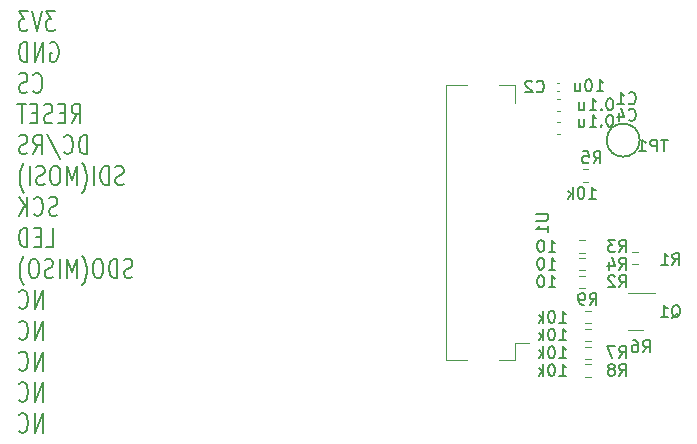
<source format=gbr>
%TF.GenerationSoftware,KiCad,Pcbnew,7.0.7-7.0.7~ubuntu22.04.1*%
%TF.CreationDate,2023-09-11T12:59:47+09:00*%
%TF.ProjectId,3_2LCD,335f324c-4344-42e6-9b69-6361645f7063,rev?*%
%TF.SameCoordinates,Original*%
%TF.FileFunction,Legend,Bot*%
%TF.FilePolarity,Positive*%
%FSLAX46Y46*%
G04 Gerber Fmt 4.6, Leading zero omitted, Abs format (unit mm)*
G04 Created by KiCad (PCBNEW 7.0.7-7.0.7~ubuntu22.04.1) date 2023-09-11 12:59:47*
%MOMM*%
%LPD*%
G01*
G04 APERTURE LIST*
%ADD10C,0.150000*%
%ADD11C,0.120000*%
G04 APERTURE END LIST*
D10*
X133424874Y-109106729D02*
X132638683Y-109106729D01*
X132638683Y-109106729D02*
X133062017Y-109726005D01*
X133062017Y-109726005D02*
X132880588Y-109726005D01*
X132880588Y-109726005D02*
X132759636Y-109803415D01*
X132759636Y-109803415D02*
X132699160Y-109880824D01*
X132699160Y-109880824D02*
X132638683Y-110035643D01*
X132638683Y-110035643D02*
X132638683Y-110422691D01*
X132638683Y-110422691D02*
X132699160Y-110577510D01*
X132699160Y-110577510D02*
X132759636Y-110654920D01*
X132759636Y-110654920D02*
X132880588Y-110732329D01*
X132880588Y-110732329D02*
X133243445Y-110732329D01*
X133243445Y-110732329D02*
X133364398Y-110654920D01*
X133364398Y-110654920D02*
X133424874Y-110577510D01*
X132275826Y-109106729D02*
X131852493Y-110732329D01*
X131852493Y-110732329D02*
X131429159Y-109106729D01*
X131126779Y-109106729D02*
X130340588Y-109106729D01*
X130340588Y-109106729D02*
X130763922Y-109726005D01*
X130763922Y-109726005D02*
X130582493Y-109726005D01*
X130582493Y-109726005D02*
X130461541Y-109803415D01*
X130461541Y-109803415D02*
X130401065Y-109880824D01*
X130401065Y-109880824D02*
X130340588Y-110035643D01*
X130340588Y-110035643D02*
X130340588Y-110422691D01*
X130340588Y-110422691D02*
X130401065Y-110577510D01*
X130401065Y-110577510D02*
X130461541Y-110654920D01*
X130461541Y-110654920D02*
X130582493Y-110732329D01*
X130582493Y-110732329D02*
X130945350Y-110732329D01*
X130945350Y-110732329D02*
X131066303Y-110654920D01*
X131066303Y-110654920D02*
X131126779Y-110577510D01*
X133001540Y-111801355D02*
X133122493Y-111723945D01*
X133122493Y-111723945D02*
X133303921Y-111723945D01*
X133303921Y-111723945D02*
X133485350Y-111801355D01*
X133485350Y-111801355D02*
X133606302Y-111956174D01*
X133606302Y-111956174D02*
X133666779Y-112110993D01*
X133666779Y-112110993D02*
X133727255Y-112420631D01*
X133727255Y-112420631D02*
X133727255Y-112652859D01*
X133727255Y-112652859D02*
X133666779Y-112962497D01*
X133666779Y-112962497D02*
X133606302Y-113117316D01*
X133606302Y-113117316D02*
X133485350Y-113272136D01*
X133485350Y-113272136D02*
X133303921Y-113349545D01*
X133303921Y-113349545D02*
X133182969Y-113349545D01*
X133182969Y-113349545D02*
X133001540Y-113272136D01*
X133001540Y-113272136D02*
X132941064Y-113194726D01*
X132941064Y-113194726D02*
X132941064Y-112652859D01*
X132941064Y-112652859D02*
X133182969Y-112652859D01*
X132396779Y-113349545D02*
X132396779Y-111723945D01*
X132396779Y-111723945D02*
X131671064Y-113349545D01*
X131671064Y-113349545D02*
X131671064Y-111723945D01*
X131066303Y-113349545D02*
X131066303Y-111723945D01*
X131066303Y-111723945D02*
X130763922Y-111723945D01*
X130763922Y-111723945D02*
X130582493Y-111801355D01*
X130582493Y-111801355D02*
X130461541Y-111956174D01*
X130461541Y-111956174D02*
X130401064Y-112110993D01*
X130401064Y-112110993D02*
X130340588Y-112420631D01*
X130340588Y-112420631D02*
X130340588Y-112652859D01*
X130340588Y-112652859D02*
X130401064Y-112962497D01*
X130401064Y-112962497D02*
X130461541Y-113117316D01*
X130461541Y-113117316D02*
X130582493Y-113272136D01*
X130582493Y-113272136D02*
X130763922Y-113349545D01*
X130763922Y-113349545D02*
X131066303Y-113349545D01*
X131550112Y-115811942D02*
X131610588Y-115889352D01*
X131610588Y-115889352D02*
X131792017Y-115966761D01*
X131792017Y-115966761D02*
X131912969Y-115966761D01*
X131912969Y-115966761D02*
X132094398Y-115889352D01*
X132094398Y-115889352D02*
X132215350Y-115734532D01*
X132215350Y-115734532D02*
X132275827Y-115579713D01*
X132275827Y-115579713D02*
X132336303Y-115270075D01*
X132336303Y-115270075D02*
X132336303Y-115037847D01*
X132336303Y-115037847D02*
X132275827Y-114728209D01*
X132275827Y-114728209D02*
X132215350Y-114573390D01*
X132215350Y-114573390D02*
X132094398Y-114418571D01*
X132094398Y-114418571D02*
X131912969Y-114341161D01*
X131912969Y-114341161D02*
X131792017Y-114341161D01*
X131792017Y-114341161D02*
X131610588Y-114418571D01*
X131610588Y-114418571D02*
X131550112Y-114495980D01*
X131066303Y-115889352D02*
X130884874Y-115966761D01*
X130884874Y-115966761D02*
X130582493Y-115966761D01*
X130582493Y-115966761D02*
X130461541Y-115889352D01*
X130461541Y-115889352D02*
X130401065Y-115811942D01*
X130401065Y-115811942D02*
X130340588Y-115657123D01*
X130340588Y-115657123D02*
X130340588Y-115502304D01*
X130340588Y-115502304D02*
X130401065Y-115347485D01*
X130401065Y-115347485D02*
X130461541Y-115270075D01*
X130461541Y-115270075D02*
X130582493Y-115192666D01*
X130582493Y-115192666D02*
X130824398Y-115115256D01*
X130824398Y-115115256D02*
X130945350Y-115037847D01*
X130945350Y-115037847D02*
X131005827Y-114960437D01*
X131005827Y-114960437D02*
X131066303Y-114805618D01*
X131066303Y-114805618D02*
X131066303Y-114650799D01*
X131066303Y-114650799D02*
X131005827Y-114495980D01*
X131005827Y-114495980D02*
X130945350Y-114418571D01*
X130945350Y-114418571D02*
X130824398Y-114341161D01*
X130824398Y-114341161D02*
X130522017Y-114341161D01*
X130522017Y-114341161D02*
X130340588Y-114418571D01*
X134815827Y-118583977D02*
X135239161Y-117809882D01*
X135541542Y-118583977D02*
X135541542Y-116958377D01*
X135541542Y-116958377D02*
X135057732Y-116958377D01*
X135057732Y-116958377D02*
X134936780Y-117035787D01*
X134936780Y-117035787D02*
X134876303Y-117113196D01*
X134876303Y-117113196D02*
X134815827Y-117268015D01*
X134815827Y-117268015D02*
X134815827Y-117500244D01*
X134815827Y-117500244D02*
X134876303Y-117655063D01*
X134876303Y-117655063D02*
X134936780Y-117732472D01*
X134936780Y-117732472D02*
X135057732Y-117809882D01*
X135057732Y-117809882D02*
X135541542Y-117809882D01*
X134271542Y-117732472D02*
X133848208Y-117732472D01*
X133666780Y-118583977D02*
X134271542Y-118583977D01*
X134271542Y-118583977D02*
X134271542Y-116958377D01*
X134271542Y-116958377D02*
X133666780Y-116958377D01*
X133182970Y-118506568D02*
X133001541Y-118583977D01*
X133001541Y-118583977D02*
X132699160Y-118583977D01*
X132699160Y-118583977D02*
X132578208Y-118506568D01*
X132578208Y-118506568D02*
X132517732Y-118429158D01*
X132517732Y-118429158D02*
X132457255Y-118274339D01*
X132457255Y-118274339D02*
X132457255Y-118119520D01*
X132457255Y-118119520D02*
X132517732Y-117964701D01*
X132517732Y-117964701D02*
X132578208Y-117887291D01*
X132578208Y-117887291D02*
X132699160Y-117809882D01*
X132699160Y-117809882D02*
X132941065Y-117732472D01*
X132941065Y-117732472D02*
X133062017Y-117655063D01*
X133062017Y-117655063D02*
X133122494Y-117577653D01*
X133122494Y-117577653D02*
X133182970Y-117422834D01*
X133182970Y-117422834D02*
X133182970Y-117268015D01*
X133182970Y-117268015D02*
X133122494Y-117113196D01*
X133122494Y-117113196D02*
X133062017Y-117035787D01*
X133062017Y-117035787D02*
X132941065Y-116958377D01*
X132941065Y-116958377D02*
X132638684Y-116958377D01*
X132638684Y-116958377D02*
X132457255Y-117035787D01*
X131912970Y-117732472D02*
X131489636Y-117732472D01*
X131308208Y-118583977D02*
X131912970Y-118583977D01*
X131912970Y-118583977D02*
X131912970Y-116958377D01*
X131912970Y-116958377D02*
X131308208Y-116958377D01*
X130945350Y-116958377D02*
X130219636Y-116958377D01*
X130582493Y-118583977D02*
X130582493Y-116958377D01*
X136146303Y-121201193D02*
X136146303Y-119575593D01*
X136146303Y-119575593D02*
X135843922Y-119575593D01*
X135843922Y-119575593D02*
X135662493Y-119653003D01*
X135662493Y-119653003D02*
X135541541Y-119807822D01*
X135541541Y-119807822D02*
X135481064Y-119962641D01*
X135481064Y-119962641D02*
X135420588Y-120272279D01*
X135420588Y-120272279D02*
X135420588Y-120504507D01*
X135420588Y-120504507D02*
X135481064Y-120814145D01*
X135481064Y-120814145D02*
X135541541Y-120968964D01*
X135541541Y-120968964D02*
X135662493Y-121123784D01*
X135662493Y-121123784D02*
X135843922Y-121201193D01*
X135843922Y-121201193D02*
X136146303Y-121201193D01*
X134150588Y-121046374D02*
X134211064Y-121123784D01*
X134211064Y-121123784D02*
X134392493Y-121201193D01*
X134392493Y-121201193D02*
X134513445Y-121201193D01*
X134513445Y-121201193D02*
X134694874Y-121123784D01*
X134694874Y-121123784D02*
X134815826Y-120968964D01*
X134815826Y-120968964D02*
X134876303Y-120814145D01*
X134876303Y-120814145D02*
X134936779Y-120504507D01*
X134936779Y-120504507D02*
X134936779Y-120272279D01*
X134936779Y-120272279D02*
X134876303Y-119962641D01*
X134876303Y-119962641D02*
X134815826Y-119807822D01*
X134815826Y-119807822D02*
X134694874Y-119653003D01*
X134694874Y-119653003D02*
X134513445Y-119575593D01*
X134513445Y-119575593D02*
X134392493Y-119575593D01*
X134392493Y-119575593D02*
X134211064Y-119653003D01*
X134211064Y-119653003D02*
X134150588Y-119730412D01*
X132699160Y-119498184D02*
X133787731Y-121588241D01*
X131550112Y-121201193D02*
X131973446Y-120427098D01*
X132275827Y-121201193D02*
X132275827Y-119575593D01*
X132275827Y-119575593D02*
X131792017Y-119575593D01*
X131792017Y-119575593D02*
X131671065Y-119653003D01*
X131671065Y-119653003D02*
X131610588Y-119730412D01*
X131610588Y-119730412D02*
X131550112Y-119885231D01*
X131550112Y-119885231D02*
X131550112Y-120117460D01*
X131550112Y-120117460D02*
X131610588Y-120272279D01*
X131610588Y-120272279D02*
X131671065Y-120349688D01*
X131671065Y-120349688D02*
X131792017Y-120427098D01*
X131792017Y-120427098D02*
X132275827Y-120427098D01*
X131066303Y-121123784D02*
X130884874Y-121201193D01*
X130884874Y-121201193D02*
X130582493Y-121201193D01*
X130582493Y-121201193D02*
X130461541Y-121123784D01*
X130461541Y-121123784D02*
X130401065Y-121046374D01*
X130401065Y-121046374D02*
X130340588Y-120891555D01*
X130340588Y-120891555D02*
X130340588Y-120736736D01*
X130340588Y-120736736D02*
X130401065Y-120581917D01*
X130401065Y-120581917D02*
X130461541Y-120504507D01*
X130461541Y-120504507D02*
X130582493Y-120427098D01*
X130582493Y-120427098D02*
X130824398Y-120349688D01*
X130824398Y-120349688D02*
X130945350Y-120272279D01*
X130945350Y-120272279D02*
X131005827Y-120194869D01*
X131005827Y-120194869D02*
X131066303Y-120040050D01*
X131066303Y-120040050D02*
X131066303Y-119885231D01*
X131066303Y-119885231D02*
X131005827Y-119730412D01*
X131005827Y-119730412D02*
X130945350Y-119653003D01*
X130945350Y-119653003D02*
X130824398Y-119575593D01*
X130824398Y-119575593D02*
X130522017Y-119575593D01*
X130522017Y-119575593D02*
X130340588Y-119653003D01*
X139230590Y-123741000D02*
X139049161Y-123818409D01*
X139049161Y-123818409D02*
X138746780Y-123818409D01*
X138746780Y-123818409D02*
X138625828Y-123741000D01*
X138625828Y-123741000D02*
X138565352Y-123663590D01*
X138565352Y-123663590D02*
X138504875Y-123508771D01*
X138504875Y-123508771D02*
X138504875Y-123353952D01*
X138504875Y-123353952D02*
X138565352Y-123199133D01*
X138565352Y-123199133D02*
X138625828Y-123121723D01*
X138625828Y-123121723D02*
X138746780Y-123044314D01*
X138746780Y-123044314D02*
X138988685Y-122966904D01*
X138988685Y-122966904D02*
X139109637Y-122889495D01*
X139109637Y-122889495D02*
X139170114Y-122812085D01*
X139170114Y-122812085D02*
X139230590Y-122657266D01*
X139230590Y-122657266D02*
X139230590Y-122502447D01*
X139230590Y-122502447D02*
X139170114Y-122347628D01*
X139170114Y-122347628D02*
X139109637Y-122270219D01*
X139109637Y-122270219D02*
X138988685Y-122192809D01*
X138988685Y-122192809D02*
X138686304Y-122192809D01*
X138686304Y-122192809D02*
X138504875Y-122270219D01*
X137960590Y-123818409D02*
X137960590Y-122192809D01*
X137960590Y-122192809D02*
X137658209Y-122192809D01*
X137658209Y-122192809D02*
X137476780Y-122270219D01*
X137476780Y-122270219D02*
X137355828Y-122425038D01*
X137355828Y-122425038D02*
X137295351Y-122579857D01*
X137295351Y-122579857D02*
X137234875Y-122889495D01*
X137234875Y-122889495D02*
X137234875Y-123121723D01*
X137234875Y-123121723D02*
X137295351Y-123431361D01*
X137295351Y-123431361D02*
X137355828Y-123586180D01*
X137355828Y-123586180D02*
X137476780Y-123741000D01*
X137476780Y-123741000D02*
X137658209Y-123818409D01*
X137658209Y-123818409D02*
X137960590Y-123818409D01*
X136690590Y-123818409D02*
X136690590Y-122192809D01*
X135722970Y-124437685D02*
X135783447Y-124360276D01*
X135783447Y-124360276D02*
X135904399Y-124128047D01*
X135904399Y-124128047D02*
X135964875Y-123973228D01*
X135964875Y-123973228D02*
X136025351Y-123741000D01*
X136025351Y-123741000D02*
X136085828Y-123353952D01*
X136085828Y-123353952D02*
X136085828Y-123044314D01*
X136085828Y-123044314D02*
X136025351Y-122657266D01*
X136025351Y-122657266D02*
X135964875Y-122425038D01*
X135964875Y-122425038D02*
X135904399Y-122270219D01*
X135904399Y-122270219D02*
X135783447Y-122037990D01*
X135783447Y-122037990D02*
X135722970Y-121960580D01*
X135239161Y-123818409D02*
X135239161Y-122192809D01*
X135239161Y-122192809D02*
X134815827Y-123353952D01*
X134815827Y-123353952D02*
X134392494Y-122192809D01*
X134392494Y-122192809D02*
X134392494Y-123818409D01*
X133545827Y-122192809D02*
X133303922Y-122192809D01*
X133303922Y-122192809D02*
X133182970Y-122270219D01*
X133182970Y-122270219D02*
X133062017Y-122425038D01*
X133062017Y-122425038D02*
X133001541Y-122734676D01*
X133001541Y-122734676D02*
X133001541Y-123276542D01*
X133001541Y-123276542D02*
X133062017Y-123586180D01*
X133062017Y-123586180D02*
X133182970Y-123741000D01*
X133182970Y-123741000D02*
X133303922Y-123818409D01*
X133303922Y-123818409D02*
X133545827Y-123818409D01*
X133545827Y-123818409D02*
X133666779Y-123741000D01*
X133666779Y-123741000D02*
X133787732Y-123586180D01*
X133787732Y-123586180D02*
X133848208Y-123276542D01*
X133848208Y-123276542D02*
X133848208Y-122734676D01*
X133848208Y-122734676D02*
X133787732Y-122425038D01*
X133787732Y-122425038D02*
X133666779Y-122270219D01*
X133666779Y-122270219D02*
X133545827Y-122192809D01*
X132517732Y-123741000D02*
X132336303Y-123818409D01*
X132336303Y-123818409D02*
X132033922Y-123818409D01*
X132033922Y-123818409D02*
X131912970Y-123741000D01*
X131912970Y-123741000D02*
X131852494Y-123663590D01*
X131852494Y-123663590D02*
X131792017Y-123508771D01*
X131792017Y-123508771D02*
X131792017Y-123353952D01*
X131792017Y-123353952D02*
X131852494Y-123199133D01*
X131852494Y-123199133D02*
X131912970Y-123121723D01*
X131912970Y-123121723D02*
X132033922Y-123044314D01*
X132033922Y-123044314D02*
X132275827Y-122966904D01*
X132275827Y-122966904D02*
X132396779Y-122889495D01*
X132396779Y-122889495D02*
X132457256Y-122812085D01*
X132457256Y-122812085D02*
X132517732Y-122657266D01*
X132517732Y-122657266D02*
X132517732Y-122502447D01*
X132517732Y-122502447D02*
X132457256Y-122347628D01*
X132457256Y-122347628D02*
X132396779Y-122270219D01*
X132396779Y-122270219D02*
X132275827Y-122192809D01*
X132275827Y-122192809D02*
X131973446Y-122192809D01*
X131973446Y-122192809D02*
X131792017Y-122270219D01*
X131247732Y-123818409D02*
X131247732Y-122192809D01*
X130763922Y-124437685D02*
X130703446Y-124360276D01*
X130703446Y-124360276D02*
X130582493Y-124128047D01*
X130582493Y-124128047D02*
X130522017Y-123973228D01*
X130522017Y-123973228D02*
X130461541Y-123741000D01*
X130461541Y-123741000D02*
X130401065Y-123353952D01*
X130401065Y-123353952D02*
X130401065Y-123044314D01*
X130401065Y-123044314D02*
X130461541Y-122657266D01*
X130461541Y-122657266D02*
X130522017Y-122425038D01*
X130522017Y-122425038D02*
X130582493Y-122270219D01*
X130582493Y-122270219D02*
X130703446Y-122037990D01*
X130703446Y-122037990D02*
X130763922Y-121960580D01*
X133606303Y-126358216D02*
X133424874Y-126435625D01*
X133424874Y-126435625D02*
X133122493Y-126435625D01*
X133122493Y-126435625D02*
X133001541Y-126358216D01*
X133001541Y-126358216D02*
X132941065Y-126280806D01*
X132941065Y-126280806D02*
X132880588Y-126125987D01*
X132880588Y-126125987D02*
X132880588Y-125971168D01*
X132880588Y-125971168D02*
X132941065Y-125816349D01*
X132941065Y-125816349D02*
X133001541Y-125738939D01*
X133001541Y-125738939D02*
X133122493Y-125661530D01*
X133122493Y-125661530D02*
X133364398Y-125584120D01*
X133364398Y-125584120D02*
X133485350Y-125506711D01*
X133485350Y-125506711D02*
X133545827Y-125429301D01*
X133545827Y-125429301D02*
X133606303Y-125274482D01*
X133606303Y-125274482D02*
X133606303Y-125119663D01*
X133606303Y-125119663D02*
X133545827Y-124964844D01*
X133545827Y-124964844D02*
X133485350Y-124887435D01*
X133485350Y-124887435D02*
X133364398Y-124810025D01*
X133364398Y-124810025D02*
X133062017Y-124810025D01*
X133062017Y-124810025D02*
X132880588Y-124887435D01*
X131610588Y-126280806D02*
X131671064Y-126358216D01*
X131671064Y-126358216D02*
X131852493Y-126435625D01*
X131852493Y-126435625D02*
X131973445Y-126435625D01*
X131973445Y-126435625D02*
X132154874Y-126358216D01*
X132154874Y-126358216D02*
X132275826Y-126203396D01*
X132275826Y-126203396D02*
X132336303Y-126048577D01*
X132336303Y-126048577D02*
X132396779Y-125738939D01*
X132396779Y-125738939D02*
X132396779Y-125506711D01*
X132396779Y-125506711D02*
X132336303Y-125197073D01*
X132336303Y-125197073D02*
X132275826Y-125042254D01*
X132275826Y-125042254D02*
X132154874Y-124887435D01*
X132154874Y-124887435D02*
X131973445Y-124810025D01*
X131973445Y-124810025D02*
X131852493Y-124810025D01*
X131852493Y-124810025D02*
X131671064Y-124887435D01*
X131671064Y-124887435D02*
X131610588Y-124964844D01*
X131066303Y-126435625D02*
X131066303Y-124810025D01*
X130340588Y-126435625D02*
X130884874Y-125506711D01*
X130340588Y-124810025D02*
X131066303Y-125738939D01*
X132638684Y-129052841D02*
X133243446Y-129052841D01*
X133243446Y-129052841D02*
X133243446Y-127427241D01*
X132215351Y-128201336D02*
X131792017Y-128201336D01*
X131610589Y-129052841D02*
X132215351Y-129052841D01*
X132215351Y-129052841D02*
X132215351Y-127427241D01*
X132215351Y-127427241D02*
X131610589Y-127427241D01*
X131066303Y-129052841D02*
X131066303Y-127427241D01*
X131066303Y-127427241D02*
X130763922Y-127427241D01*
X130763922Y-127427241D02*
X130582493Y-127504651D01*
X130582493Y-127504651D02*
X130461541Y-127659470D01*
X130461541Y-127659470D02*
X130401064Y-127814289D01*
X130401064Y-127814289D02*
X130340588Y-128123927D01*
X130340588Y-128123927D02*
X130340588Y-128356155D01*
X130340588Y-128356155D02*
X130401064Y-128665793D01*
X130401064Y-128665793D02*
X130461541Y-128820612D01*
X130461541Y-128820612D02*
X130582493Y-128975432D01*
X130582493Y-128975432D02*
X130763922Y-129052841D01*
X130763922Y-129052841D02*
X131066303Y-129052841D01*
X139956304Y-131592648D02*
X139774875Y-131670057D01*
X139774875Y-131670057D02*
X139472494Y-131670057D01*
X139472494Y-131670057D02*
X139351542Y-131592648D01*
X139351542Y-131592648D02*
X139291066Y-131515238D01*
X139291066Y-131515238D02*
X139230589Y-131360419D01*
X139230589Y-131360419D02*
X139230589Y-131205600D01*
X139230589Y-131205600D02*
X139291066Y-131050781D01*
X139291066Y-131050781D02*
X139351542Y-130973371D01*
X139351542Y-130973371D02*
X139472494Y-130895962D01*
X139472494Y-130895962D02*
X139714399Y-130818552D01*
X139714399Y-130818552D02*
X139835351Y-130741143D01*
X139835351Y-130741143D02*
X139895828Y-130663733D01*
X139895828Y-130663733D02*
X139956304Y-130508914D01*
X139956304Y-130508914D02*
X139956304Y-130354095D01*
X139956304Y-130354095D02*
X139895828Y-130199276D01*
X139895828Y-130199276D02*
X139835351Y-130121867D01*
X139835351Y-130121867D02*
X139714399Y-130044457D01*
X139714399Y-130044457D02*
X139412018Y-130044457D01*
X139412018Y-130044457D02*
X139230589Y-130121867D01*
X138686304Y-131670057D02*
X138686304Y-130044457D01*
X138686304Y-130044457D02*
X138383923Y-130044457D01*
X138383923Y-130044457D02*
X138202494Y-130121867D01*
X138202494Y-130121867D02*
X138081542Y-130276686D01*
X138081542Y-130276686D02*
X138021065Y-130431505D01*
X138021065Y-130431505D02*
X137960589Y-130741143D01*
X137960589Y-130741143D02*
X137960589Y-130973371D01*
X137960589Y-130973371D02*
X138021065Y-131283009D01*
X138021065Y-131283009D02*
X138081542Y-131437828D01*
X138081542Y-131437828D02*
X138202494Y-131592648D01*
X138202494Y-131592648D02*
X138383923Y-131670057D01*
X138383923Y-131670057D02*
X138686304Y-131670057D01*
X137174399Y-130044457D02*
X136932494Y-130044457D01*
X136932494Y-130044457D02*
X136811542Y-130121867D01*
X136811542Y-130121867D02*
X136690589Y-130276686D01*
X136690589Y-130276686D02*
X136630113Y-130586324D01*
X136630113Y-130586324D02*
X136630113Y-131128190D01*
X136630113Y-131128190D02*
X136690589Y-131437828D01*
X136690589Y-131437828D02*
X136811542Y-131592648D01*
X136811542Y-131592648D02*
X136932494Y-131670057D01*
X136932494Y-131670057D02*
X137174399Y-131670057D01*
X137174399Y-131670057D02*
X137295351Y-131592648D01*
X137295351Y-131592648D02*
X137416304Y-131437828D01*
X137416304Y-131437828D02*
X137476780Y-131128190D01*
X137476780Y-131128190D02*
X137476780Y-130586324D01*
X137476780Y-130586324D02*
X137416304Y-130276686D01*
X137416304Y-130276686D02*
X137295351Y-130121867D01*
X137295351Y-130121867D02*
X137174399Y-130044457D01*
X135722970Y-132289333D02*
X135783447Y-132211924D01*
X135783447Y-132211924D02*
X135904399Y-131979695D01*
X135904399Y-131979695D02*
X135964875Y-131824876D01*
X135964875Y-131824876D02*
X136025351Y-131592648D01*
X136025351Y-131592648D02*
X136085828Y-131205600D01*
X136085828Y-131205600D02*
X136085828Y-130895962D01*
X136085828Y-130895962D02*
X136025351Y-130508914D01*
X136025351Y-130508914D02*
X135964875Y-130276686D01*
X135964875Y-130276686D02*
X135904399Y-130121867D01*
X135904399Y-130121867D02*
X135783447Y-129889638D01*
X135783447Y-129889638D02*
X135722970Y-129812228D01*
X135239161Y-131670057D02*
X135239161Y-130044457D01*
X135239161Y-130044457D02*
X134815827Y-131205600D01*
X134815827Y-131205600D02*
X134392494Y-130044457D01*
X134392494Y-130044457D02*
X134392494Y-131670057D01*
X133787732Y-131670057D02*
X133787732Y-130044457D01*
X133243446Y-131592648D02*
X133062017Y-131670057D01*
X133062017Y-131670057D02*
X132759636Y-131670057D01*
X132759636Y-131670057D02*
X132638684Y-131592648D01*
X132638684Y-131592648D02*
X132578208Y-131515238D01*
X132578208Y-131515238D02*
X132517731Y-131360419D01*
X132517731Y-131360419D02*
X132517731Y-131205600D01*
X132517731Y-131205600D02*
X132578208Y-131050781D01*
X132578208Y-131050781D02*
X132638684Y-130973371D01*
X132638684Y-130973371D02*
X132759636Y-130895962D01*
X132759636Y-130895962D02*
X133001541Y-130818552D01*
X133001541Y-130818552D02*
X133122493Y-130741143D01*
X133122493Y-130741143D02*
X133182970Y-130663733D01*
X133182970Y-130663733D02*
X133243446Y-130508914D01*
X133243446Y-130508914D02*
X133243446Y-130354095D01*
X133243446Y-130354095D02*
X133182970Y-130199276D01*
X133182970Y-130199276D02*
X133122493Y-130121867D01*
X133122493Y-130121867D02*
X133001541Y-130044457D01*
X133001541Y-130044457D02*
X132699160Y-130044457D01*
X132699160Y-130044457D02*
X132517731Y-130121867D01*
X131731541Y-130044457D02*
X131489636Y-130044457D01*
X131489636Y-130044457D02*
X131368684Y-130121867D01*
X131368684Y-130121867D02*
X131247731Y-130276686D01*
X131247731Y-130276686D02*
X131187255Y-130586324D01*
X131187255Y-130586324D02*
X131187255Y-131128190D01*
X131187255Y-131128190D02*
X131247731Y-131437828D01*
X131247731Y-131437828D02*
X131368684Y-131592648D01*
X131368684Y-131592648D02*
X131489636Y-131670057D01*
X131489636Y-131670057D02*
X131731541Y-131670057D01*
X131731541Y-131670057D02*
X131852493Y-131592648D01*
X131852493Y-131592648D02*
X131973446Y-131437828D01*
X131973446Y-131437828D02*
X132033922Y-131128190D01*
X132033922Y-131128190D02*
X132033922Y-130586324D01*
X132033922Y-130586324D02*
X131973446Y-130276686D01*
X131973446Y-130276686D02*
X131852493Y-130121867D01*
X131852493Y-130121867D02*
X131731541Y-130044457D01*
X130763922Y-132289333D02*
X130703446Y-132211924D01*
X130703446Y-132211924D02*
X130582493Y-131979695D01*
X130582493Y-131979695D02*
X130522017Y-131824876D01*
X130522017Y-131824876D02*
X130461541Y-131592648D01*
X130461541Y-131592648D02*
X130401065Y-131205600D01*
X130401065Y-131205600D02*
X130401065Y-130895962D01*
X130401065Y-130895962D02*
X130461541Y-130508914D01*
X130461541Y-130508914D02*
X130522017Y-130276686D01*
X130522017Y-130276686D02*
X130582493Y-130121867D01*
X130582493Y-130121867D02*
X130703446Y-129889638D01*
X130703446Y-129889638D02*
X130763922Y-129812228D01*
X132396779Y-134287273D02*
X132396779Y-132661673D01*
X132396779Y-132661673D02*
X131671064Y-134287273D01*
X131671064Y-134287273D02*
X131671064Y-132661673D01*
X130340588Y-134132454D02*
X130401064Y-134209864D01*
X130401064Y-134209864D02*
X130582493Y-134287273D01*
X130582493Y-134287273D02*
X130703445Y-134287273D01*
X130703445Y-134287273D02*
X130884874Y-134209864D01*
X130884874Y-134209864D02*
X131005826Y-134055044D01*
X131005826Y-134055044D02*
X131066303Y-133900225D01*
X131066303Y-133900225D02*
X131126779Y-133590587D01*
X131126779Y-133590587D02*
X131126779Y-133358359D01*
X131126779Y-133358359D02*
X131066303Y-133048721D01*
X131066303Y-133048721D02*
X131005826Y-132893902D01*
X131005826Y-132893902D02*
X130884874Y-132739083D01*
X130884874Y-132739083D02*
X130703445Y-132661673D01*
X130703445Y-132661673D02*
X130582493Y-132661673D01*
X130582493Y-132661673D02*
X130401064Y-132739083D01*
X130401064Y-132739083D02*
X130340588Y-132816492D01*
X132396779Y-136904489D02*
X132396779Y-135278889D01*
X132396779Y-135278889D02*
X131671064Y-136904489D01*
X131671064Y-136904489D02*
X131671064Y-135278889D01*
X130340588Y-136749670D02*
X130401064Y-136827080D01*
X130401064Y-136827080D02*
X130582493Y-136904489D01*
X130582493Y-136904489D02*
X130703445Y-136904489D01*
X130703445Y-136904489D02*
X130884874Y-136827080D01*
X130884874Y-136827080D02*
X131005826Y-136672260D01*
X131005826Y-136672260D02*
X131066303Y-136517441D01*
X131066303Y-136517441D02*
X131126779Y-136207803D01*
X131126779Y-136207803D02*
X131126779Y-135975575D01*
X131126779Y-135975575D02*
X131066303Y-135665937D01*
X131066303Y-135665937D02*
X131005826Y-135511118D01*
X131005826Y-135511118D02*
X130884874Y-135356299D01*
X130884874Y-135356299D02*
X130703445Y-135278889D01*
X130703445Y-135278889D02*
X130582493Y-135278889D01*
X130582493Y-135278889D02*
X130401064Y-135356299D01*
X130401064Y-135356299D02*
X130340588Y-135433708D01*
X132396779Y-139521705D02*
X132396779Y-137896105D01*
X132396779Y-137896105D02*
X131671064Y-139521705D01*
X131671064Y-139521705D02*
X131671064Y-137896105D01*
X130340588Y-139366886D02*
X130401064Y-139444296D01*
X130401064Y-139444296D02*
X130582493Y-139521705D01*
X130582493Y-139521705D02*
X130703445Y-139521705D01*
X130703445Y-139521705D02*
X130884874Y-139444296D01*
X130884874Y-139444296D02*
X131005826Y-139289476D01*
X131005826Y-139289476D02*
X131066303Y-139134657D01*
X131066303Y-139134657D02*
X131126779Y-138825019D01*
X131126779Y-138825019D02*
X131126779Y-138592791D01*
X131126779Y-138592791D02*
X131066303Y-138283153D01*
X131066303Y-138283153D02*
X131005826Y-138128334D01*
X131005826Y-138128334D02*
X130884874Y-137973515D01*
X130884874Y-137973515D02*
X130703445Y-137896105D01*
X130703445Y-137896105D02*
X130582493Y-137896105D01*
X130582493Y-137896105D02*
X130401064Y-137973515D01*
X130401064Y-137973515D02*
X130340588Y-138050924D01*
X132396779Y-142138921D02*
X132396779Y-140513321D01*
X132396779Y-140513321D02*
X131671064Y-142138921D01*
X131671064Y-142138921D02*
X131671064Y-140513321D01*
X130340588Y-141984102D02*
X130401064Y-142061512D01*
X130401064Y-142061512D02*
X130582493Y-142138921D01*
X130582493Y-142138921D02*
X130703445Y-142138921D01*
X130703445Y-142138921D02*
X130884874Y-142061512D01*
X130884874Y-142061512D02*
X131005826Y-141906692D01*
X131005826Y-141906692D02*
X131066303Y-141751873D01*
X131066303Y-141751873D02*
X131126779Y-141442235D01*
X131126779Y-141442235D02*
X131126779Y-141210007D01*
X131126779Y-141210007D02*
X131066303Y-140900369D01*
X131066303Y-140900369D02*
X131005826Y-140745550D01*
X131005826Y-140745550D02*
X130884874Y-140590731D01*
X130884874Y-140590731D02*
X130703445Y-140513321D01*
X130703445Y-140513321D02*
X130582493Y-140513321D01*
X130582493Y-140513321D02*
X130401064Y-140590731D01*
X130401064Y-140590731D02*
X130340588Y-140668140D01*
X132396779Y-144756137D02*
X132396779Y-143130537D01*
X132396779Y-143130537D02*
X131671064Y-144756137D01*
X131671064Y-144756137D02*
X131671064Y-143130537D01*
X130340588Y-144601318D02*
X130401064Y-144678728D01*
X130401064Y-144678728D02*
X130582493Y-144756137D01*
X130582493Y-144756137D02*
X130703445Y-144756137D01*
X130703445Y-144756137D02*
X130884874Y-144678728D01*
X130884874Y-144678728D02*
X131005826Y-144523908D01*
X131005826Y-144523908D02*
X131066303Y-144369089D01*
X131066303Y-144369089D02*
X131126779Y-144059451D01*
X131126779Y-144059451D02*
X131126779Y-143827223D01*
X131126779Y-143827223D02*
X131066303Y-143517585D01*
X131066303Y-143517585D02*
X131005826Y-143362766D01*
X131005826Y-143362766D02*
X130884874Y-143207947D01*
X130884874Y-143207947D02*
X130703445Y-143130537D01*
X130703445Y-143130537D02*
X130582493Y-143130537D01*
X130582493Y-143130537D02*
X130401064Y-143207947D01*
X130401064Y-143207947D02*
X130340588Y-143285356D01*
X181966666Y-116859580D02*
X182014285Y-116907200D01*
X182014285Y-116907200D02*
X182157142Y-116954819D01*
X182157142Y-116954819D02*
X182252380Y-116954819D01*
X182252380Y-116954819D02*
X182395237Y-116907200D01*
X182395237Y-116907200D02*
X182490475Y-116811961D01*
X182490475Y-116811961D02*
X182538094Y-116716723D01*
X182538094Y-116716723D02*
X182585713Y-116526247D01*
X182585713Y-116526247D02*
X182585713Y-116383390D01*
X182585713Y-116383390D02*
X182538094Y-116192914D01*
X182538094Y-116192914D02*
X182490475Y-116097676D01*
X182490475Y-116097676D02*
X182395237Y-116002438D01*
X182395237Y-116002438D02*
X182252380Y-115954819D01*
X182252380Y-115954819D02*
X182157142Y-115954819D01*
X182157142Y-115954819D02*
X182014285Y-116002438D01*
X182014285Y-116002438D02*
X181966666Y-116050057D01*
X181014285Y-116954819D02*
X181585713Y-116954819D01*
X181299999Y-116954819D02*
X181299999Y-115954819D01*
X181299999Y-115954819D02*
X181395237Y-116097676D01*
X181395237Y-116097676D02*
X181490475Y-116192914D01*
X181490475Y-116192914D02*
X181585713Y-116240533D01*
X180414285Y-116454819D02*
X180319047Y-116454819D01*
X180319047Y-116454819D02*
X180223809Y-116502438D01*
X180223809Y-116502438D02*
X180176190Y-116550057D01*
X180176190Y-116550057D02*
X180128571Y-116645295D01*
X180128571Y-116645295D02*
X180080952Y-116835771D01*
X180080952Y-116835771D02*
X180080952Y-117073866D01*
X180080952Y-117073866D02*
X180128571Y-117264342D01*
X180128571Y-117264342D02*
X180176190Y-117359580D01*
X180176190Y-117359580D02*
X180223809Y-117407200D01*
X180223809Y-117407200D02*
X180319047Y-117454819D01*
X180319047Y-117454819D02*
X180414285Y-117454819D01*
X180414285Y-117454819D02*
X180509523Y-117407200D01*
X180509523Y-117407200D02*
X180557142Y-117359580D01*
X180557142Y-117359580D02*
X180604761Y-117264342D01*
X180604761Y-117264342D02*
X180652380Y-117073866D01*
X180652380Y-117073866D02*
X180652380Y-116835771D01*
X180652380Y-116835771D02*
X180604761Y-116645295D01*
X180604761Y-116645295D02*
X180557142Y-116550057D01*
X180557142Y-116550057D02*
X180509523Y-116502438D01*
X180509523Y-116502438D02*
X180414285Y-116454819D01*
X179652380Y-117359580D02*
X179604761Y-117407200D01*
X179604761Y-117407200D02*
X179652380Y-117454819D01*
X179652380Y-117454819D02*
X179699999Y-117407200D01*
X179699999Y-117407200D02*
X179652380Y-117359580D01*
X179652380Y-117359580D02*
X179652380Y-117454819D01*
X178652381Y-117454819D02*
X179223809Y-117454819D01*
X178938095Y-117454819D02*
X178938095Y-116454819D01*
X178938095Y-116454819D02*
X179033333Y-116597676D01*
X179033333Y-116597676D02*
X179128571Y-116692914D01*
X179128571Y-116692914D02*
X179223809Y-116740533D01*
X177795238Y-116788152D02*
X177795238Y-117454819D01*
X178223809Y-116788152D02*
X178223809Y-117311961D01*
X178223809Y-117311961D02*
X178176190Y-117407200D01*
X178176190Y-117407200D02*
X178080952Y-117454819D01*
X178080952Y-117454819D02*
X177938095Y-117454819D01*
X177938095Y-117454819D02*
X177842857Y-117407200D01*
X177842857Y-117407200D02*
X177795238Y-117359580D01*
X174166666Y-115859580D02*
X174214285Y-115907200D01*
X174214285Y-115907200D02*
X174357142Y-115954819D01*
X174357142Y-115954819D02*
X174452380Y-115954819D01*
X174452380Y-115954819D02*
X174595237Y-115907200D01*
X174595237Y-115907200D02*
X174690475Y-115811961D01*
X174690475Y-115811961D02*
X174738094Y-115716723D01*
X174738094Y-115716723D02*
X174785713Y-115526247D01*
X174785713Y-115526247D02*
X174785713Y-115383390D01*
X174785713Y-115383390D02*
X174738094Y-115192914D01*
X174738094Y-115192914D02*
X174690475Y-115097676D01*
X174690475Y-115097676D02*
X174595237Y-115002438D01*
X174595237Y-115002438D02*
X174452380Y-114954819D01*
X174452380Y-114954819D02*
X174357142Y-114954819D01*
X174357142Y-114954819D02*
X174214285Y-115002438D01*
X174214285Y-115002438D02*
X174166666Y-115050057D01*
X173785713Y-115050057D02*
X173738094Y-115002438D01*
X173738094Y-115002438D02*
X173642856Y-114954819D01*
X173642856Y-114954819D02*
X173404761Y-114954819D01*
X173404761Y-114954819D02*
X173309523Y-115002438D01*
X173309523Y-115002438D02*
X173261904Y-115050057D01*
X173261904Y-115050057D02*
X173214285Y-115145295D01*
X173214285Y-115145295D02*
X173214285Y-115240533D01*
X173214285Y-115240533D02*
X173261904Y-115383390D01*
X173261904Y-115383390D02*
X173833332Y-115954819D01*
X173833332Y-115954819D02*
X173214285Y-115954819D01*
X179242857Y-115854819D02*
X179814285Y-115854819D01*
X179528571Y-115854819D02*
X179528571Y-114854819D01*
X179528571Y-114854819D02*
X179623809Y-114997676D01*
X179623809Y-114997676D02*
X179719047Y-115092914D01*
X179719047Y-115092914D02*
X179814285Y-115140533D01*
X178623809Y-114854819D02*
X178528571Y-114854819D01*
X178528571Y-114854819D02*
X178433333Y-114902438D01*
X178433333Y-114902438D02*
X178385714Y-114950057D01*
X178385714Y-114950057D02*
X178338095Y-115045295D01*
X178338095Y-115045295D02*
X178290476Y-115235771D01*
X178290476Y-115235771D02*
X178290476Y-115473866D01*
X178290476Y-115473866D02*
X178338095Y-115664342D01*
X178338095Y-115664342D02*
X178385714Y-115759580D01*
X178385714Y-115759580D02*
X178433333Y-115807200D01*
X178433333Y-115807200D02*
X178528571Y-115854819D01*
X178528571Y-115854819D02*
X178623809Y-115854819D01*
X178623809Y-115854819D02*
X178719047Y-115807200D01*
X178719047Y-115807200D02*
X178766666Y-115759580D01*
X178766666Y-115759580D02*
X178814285Y-115664342D01*
X178814285Y-115664342D02*
X178861904Y-115473866D01*
X178861904Y-115473866D02*
X178861904Y-115235771D01*
X178861904Y-115235771D02*
X178814285Y-115045295D01*
X178814285Y-115045295D02*
X178766666Y-114950057D01*
X178766666Y-114950057D02*
X178719047Y-114902438D01*
X178719047Y-114902438D02*
X178623809Y-114854819D01*
X177433333Y-115188152D02*
X177433333Y-115854819D01*
X177861904Y-115188152D02*
X177861904Y-115711961D01*
X177861904Y-115711961D02*
X177814285Y-115807200D01*
X177814285Y-115807200D02*
X177719047Y-115854819D01*
X177719047Y-115854819D02*
X177576190Y-115854819D01*
X177576190Y-115854819D02*
X177480952Y-115807200D01*
X177480952Y-115807200D02*
X177433333Y-115759580D01*
X185666666Y-130554819D02*
X185999999Y-130078628D01*
X186238094Y-130554819D02*
X186238094Y-129554819D01*
X186238094Y-129554819D02*
X185857142Y-129554819D01*
X185857142Y-129554819D02*
X185761904Y-129602438D01*
X185761904Y-129602438D02*
X185714285Y-129650057D01*
X185714285Y-129650057D02*
X185666666Y-129745295D01*
X185666666Y-129745295D02*
X185666666Y-129888152D01*
X185666666Y-129888152D02*
X185714285Y-129983390D01*
X185714285Y-129983390D02*
X185761904Y-130031009D01*
X185761904Y-130031009D02*
X185857142Y-130078628D01*
X185857142Y-130078628D02*
X186238094Y-130078628D01*
X184714285Y-130554819D02*
X185285713Y-130554819D01*
X184999999Y-130554819D02*
X184999999Y-129554819D01*
X184999999Y-129554819D02*
X185095237Y-129697676D01*
X185095237Y-129697676D02*
X185190475Y-129792914D01*
X185190475Y-129792914D02*
X185285713Y-129840533D01*
X181166666Y-132454819D02*
X181499999Y-131978628D01*
X181738094Y-132454819D02*
X181738094Y-131454819D01*
X181738094Y-131454819D02*
X181357142Y-131454819D01*
X181357142Y-131454819D02*
X181261904Y-131502438D01*
X181261904Y-131502438D02*
X181214285Y-131550057D01*
X181214285Y-131550057D02*
X181166666Y-131645295D01*
X181166666Y-131645295D02*
X181166666Y-131788152D01*
X181166666Y-131788152D02*
X181214285Y-131883390D01*
X181214285Y-131883390D02*
X181261904Y-131931009D01*
X181261904Y-131931009D02*
X181357142Y-131978628D01*
X181357142Y-131978628D02*
X181738094Y-131978628D01*
X180785713Y-131550057D02*
X180738094Y-131502438D01*
X180738094Y-131502438D02*
X180642856Y-131454819D01*
X180642856Y-131454819D02*
X180404761Y-131454819D01*
X180404761Y-131454819D02*
X180309523Y-131502438D01*
X180309523Y-131502438D02*
X180261904Y-131550057D01*
X180261904Y-131550057D02*
X180214285Y-131645295D01*
X180214285Y-131645295D02*
X180214285Y-131740533D01*
X180214285Y-131740533D02*
X180261904Y-131883390D01*
X180261904Y-131883390D02*
X180833332Y-132454819D01*
X180833332Y-132454819D02*
X180214285Y-132454819D01*
X175190476Y-132454819D02*
X175761904Y-132454819D01*
X175476190Y-132454819D02*
X175476190Y-131454819D01*
X175476190Y-131454819D02*
X175571428Y-131597676D01*
X175571428Y-131597676D02*
X175666666Y-131692914D01*
X175666666Y-131692914D02*
X175761904Y-131740533D01*
X174571428Y-131454819D02*
X174476190Y-131454819D01*
X174476190Y-131454819D02*
X174380952Y-131502438D01*
X174380952Y-131502438D02*
X174333333Y-131550057D01*
X174333333Y-131550057D02*
X174285714Y-131645295D01*
X174285714Y-131645295D02*
X174238095Y-131835771D01*
X174238095Y-131835771D02*
X174238095Y-132073866D01*
X174238095Y-132073866D02*
X174285714Y-132264342D01*
X174285714Y-132264342D02*
X174333333Y-132359580D01*
X174333333Y-132359580D02*
X174380952Y-132407200D01*
X174380952Y-132407200D02*
X174476190Y-132454819D01*
X174476190Y-132454819D02*
X174571428Y-132454819D01*
X174571428Y-132454819D02*
X174666666Y-132407200D01*
X174666666Y-132407200D02*
X174714285Y-132359580D01*
X174714285Y-132359580D02*
X174761904Y-132264342D01*
X174761904Y-132264342D02*
X174809523Y-132073866D01*
X174809523Y-132073866D02*
X174809523Y-131835771D01*
X174809523Y-131835771D02*
X174761904Y-131645295D01*
X174761904Y-131645295D02*
X174714285Y-131550057D01*
X174714285Y-131550057D02*
X174666666Y-131502438D01*
X174666666Y-131502438D02*
X174571428Y-131454819D01*
X181166666Y-129454819D02*
X181499999Y-128978628D01*
X181738094Y-129454819D02*
X181738094Y-128454819D01*
X181738094Y-128454819D02*
X181357142Y-128454819D01*
X181357142Y-128454819D02*
X181261904Y-128502438D01*
X181261904Y-128502438D02*
X181214285Y-128550057D01*
X181214285Y-128550057D02*
X181166666Y-128645295D01*
X181166666Y-128645295D02*
X181166666Y-128788152D01*
X181166666Y-128788152D02*
X181214285Y-128883390D01*
X181214285Y-128883390D02*
X181261904Y-128931009D01*
X181261904Y-128931009D02*
X181357142Y-128978628D01*
X181357142Y-128978628D02*
X181738094Y-128978628D01*
X180833332Y-128454819D02*
X180214285Y-128454819D01*
X180214285Y-128454819D02*
X180547618Y-128835771D01*
X180547618Y-128835771D02*
X180404761Y-128835771D01*
X180404761Y-128835771D02*
X180309523Y-128883390D01*
X180309523Y-128883390D02*
X180261904Y-128931009D01*
X180261904Y-128931009D02*
X180214285Y-129026247D01*
X180214285Y-129026247D02*
X180214285Y-129264342D01*
X180214285Y-129264342D02*
X180261904Y-129359580D01*
X180261904Y-129359580D02*
X180309523Y-129407200D01*
X180309523Y-129407200D02*
X180404761Y-129454819D01*
X180404761Y-129454819D02*
X180690475Y-129454819D01*
X180690475Y-129454819D02*
X180785713Y-129407200D01*
X180785713Y-129407200D02*
X180833332Y-129359580D01*
X175190476Y-129454819D02*
X175761904Y-129454819D01*
X175476190Y-129454819D02*
X175476190Y-128454819D01*
X175476190Y-128454819D02*
X175571428Y-128597676D01*
X175571428Y-128597676D02*
X175666666Y-128692914D01*
X175666666Y-128692914D02*
X175761904Y-128740533D01*
X174571428Y-128454819D02*
X174476190Y-128454819D01*
X174476190Y-128454819D02*
X174380952Y-128502438D01*
X174380952Y-128502438D02*
X174333333Y-128550057D01*
X174333333Y-128550057D02*
X174285714Y-128645295D01*
X174285714Y-128645295D02*
X174238095Y-128835771D01*
X174238095Y-128835771D02*
X174238095Y-129073866D01*
X174238095Y-129073866D02*
X174285714Y-129264342D01*
X174285714Y-129264342D02*
X174333333Y-129359580D01*
X174333333Y-129359580D02*
X174380952Y-129407200D01*
X174380952Y-129407200D02*
X174476190Y-129454819D01*
X174476190Y-129454819D02*
X174571428Y-129454819D01*
X174571428Y-129454819D02*
X174666666Y-129407200D01*
X174666666Y-129407200D02*
X174714285Y-129359580D01*
X174714285Y-129359580D02*
X174761904Y-129264342D01*
X174761904Y-129264342D02*
X174809523Y-129073866D01*
X174809523Y-129073866D02*
X174809523Y-128835771D01*
X174809523Y-128835771D02*
X174761904Y-128645295D01*
X174761904Y-128645295D02*
X174714285Y-128550057D01*
X174714285Y-128550057D02*
X174666666Y-128502438D01*
X174666666Y-128502438D02*
X174571428Y-128454819D01*
X181166666Y-130954819D02*
X181499999Y-130478628D01*
X181738094Y-130954819D02*
X181738094Y-129954819D01*
X181738094Y-129954819D02*
X181357142Y-129954819D01*
X181357142Y-129954819D02*
X181261904Y-130002438D01*
X181261904Y-130002438D02*
X181214285Y-130050057D01*
X181214285Y-130050057D02*
X181166666Y-130145295D01*
X181166666Y-130145295D02*
X181166666Y-130288152D01*
X181166666Y-130288152D02*
X181214285Y-130383390D01*
X181214285Y-130383390D02*
X181261904Y-130431009D01*
X181261904Y-130431009D02*
X181357142Y-130478628D01*
X181357142Y-130478628D02*
X181738094Y-130478628D01*
X180309523Y-130288152D02*
X180309523Y-130954819D01*
X180547618Y-129907200D02*
X180785713Y-130621485D01*
X180785713Y-130621485D02*
X180166666Y-130621485D01*
X175190476Y-130954819D02*
X175761904Y-130954819D01*
X175476190Y-130954819D02*
X175476190Y-129954819D01*
X175476190Y-129954819D02*
X175571428Y-130097676D01*
X175571428Y-130097676D02*
X175666666Y-130192914D01*
X175666666Y-130192914D02*
X175761904Y-130240533D01*
X174571428Y-129954819D02*
X174476190Y-129954819D01*
X174476190Y-129954819D02*
X174380952Y-130002438D01*
X174380952Y-130002438D02*
X174333333Y-130050057D01*
X174333333Y-130050057D02*
X174285714Y-130145295D01*
X174285714Y-130145295D02*
X174238095Y-130335771D01*
X174238095Y-130335771D02*
X174238095Y-130573866D01*
X174238095Y-130573866D02*
X174285714Y-130764342D01*
X174285714Y-130764342D02*
X174333333Y-130859580D01*
X174333333Y-130859580D02*
X174380952Y-130907200D01*
X174380952Y-130907200D02*
X174476190Y-130954819D01*
X174476190Y-130954819D02*
X174571428Y-130954819D01*
X174571428Y-130954819D02*
X174666666Y-130907200D01*
X174666666Y-130907200D02*
X174714285Y-130859580D01*
X174714285Y-130859580D02*
X174761904Y-130764342D01*
X174761904Y-130764342D02*
X174809523Y-130573866D01*
X174809523Y-130573866D02*
X174809523Y-130335771D01*
X174809523Y-130335771D02*
X174761904Y-130145295D01*
X174761904Y-130145295D02*
X174714285Y-130050057D01*
X174714285Y-130050057D02*
X174666666Y-130002438D01*
X174666666Y-130002438D02*
X174571428Y-129954819D01*
X178991666Y-121954819D02*
X179324999Y-121478628D01*
X179563094Y-121954819D02*
X179563094Y-120954819D01*
X179563094Y-120954819D02*
X179182142Y-120954819D01*
X179182142Y-120954819D02*
X179086904Y-121002438D01*
X179086904Y-121002438D02*
X179039285Y-121050057D01*
X179039285Y-121050057D02*
X178991666Y-121145295D01*
X178991666Y-121145295D02*
X178991666Y-121288152D01*
X178991666Y-121288152D02*
X179039285Y-121383390D01*
X179039285Y-121383390D02*
X179086904Y-121431009D01*
X179086904Y-121431009D02*
X179182142Y-121478628D01*
X179182142Y-121478628D02*
X179563094Y-121478628D01*
X178086904Y-120954819D02*
X178563094Y-120954819D01*
X178563094Y-120954819D02*
X178610713Y-121431009D01*
X178610713Y-121431009D02*
X178563094Y-121383390D01*
X178563094Y-121383390D02*
X178467856Y-121335771D01*
X178467856Y-121335771D02*
X178229761Y-121335771D01*
X178229761Y-121335771D02*
X178134523Y-121383390D01*
X178134523Y-121383390D02*
X178086904Y-121431009D01*
X178086904Y-121431009D02*
X178039285Y-121526247D01*
X178039285Y-121526247D02*
X178039285Y-121764342D01*
X178039285Y-121764342D02*
X178086904Y-121859580D01*
X178086904Y-121859580D02*
X178134523Y-121907200D01*
X178134523Y-121907200D02*
X178229761Y-121954819D01*
X178229761Y-121954819D02*
X178467856Y-121954819D01*
X178467856Y-121954819D02*
X178563094Y-121907200D01*
X178563094Y-121907200D02*
X178610713Y-121859580D01*
X178595238Y-124954819D02*
X179166666Y-124954819D01*
X178880952Y-124954819D02*
X178880952Y-123954819D01*
X178880952Y-123954819D02*
X178976190Y-124097676D01*
X178976190Y-124097676D02*
X179071428Y-124192914D01*
X179071428Y-124192914D02*
X179166666Y-124240533D01*
X177976190Y-123954819D02*
X177880952Y-123954819D01*
X177880952Y-123954819D02*
X177785714Y-124002438D01*
X177785714Y-124002438D02*
X177738095Y-124050057D01*
X177738095Y-124050057D02*
X177690476Y-124145295D01*
X177690476Y-124145295D02*
X177642857Y-124335771D01*
X177642857Y-124335771D02*
X177642857Y-124573866D01*
X177642857Y-124573866D02*
X177690476Y-124764342D01*
X177690476Y-124764342D02*
X177738095Y-124859580D01*
X177738095Y-124859580D02*
X177785714Y-124907200D01*
X177785714Y-124907200D02*
X177880952Y-124954819D01*
X177880952Y-124954819D02*
X177976190Y-124954819D01*
X177976190Y-124954819D02*
X178071428Y-124907200D01*
X178071428Y-124907200D02*
X178119047Y-124859580D01*
X178119047Y-124859580D02*
X178166666Y-124764342D01*
X178166666Y-124764342D02*
X178214285Y-124573866D01*
X178214285Y-124573866D02*
X178214285Y-124335771D01*
X178214285Y-124335771D02*
X178166666Y-124145295D01*
X178166666Y-124145295D02*
X178119047Y-124050057D01*
X178119047Y-124050057D02*
X178071428Y-124002438D01*
X178071428Y-124002438D02*
X177976190Y-123954819D01*
X177214285Y-124954819D02*
X177214285Y-123954819D01*
X177119047Y-124573866D02*
X176833333Y-124954819D01*
X176833333Y-124288152D02*
X177214285Y-124669104D01*
X183166666Y-137954819D02*
X183499999Y-137478628D01*
X183738094Y-137954819D02*
X183738094Y-136954819D01*
X183738094Y-136954819D02*
X183357142Y-136954819D01*
X183357142Y-136954819D02*
X183261904Y-137002438D01*
X183261904Y-137002438D02*
X183214285Y-137050057D01*
X183214285Y-137050057D02*
X183166666Y-137145295D01*
X183166666Y-137145295D02*
X183166666Y-137288152D01*
X183166666Y-137288152D02*
X183214285Y-137383390D01*
X183214285Y-137383390D02*
X183261904Y-137431009D01*
X183261904Y-137431009D02*
X183357142Y-137478628D01*
X183357142Y-137478628D02*
X183738094Y-137478628D01*
X182309523Y-136954819D02*
X182499999Y-136954819D01*
X182499999Y-136954819D02*
X182595237Y-137002438D01*
X182595237Y-137002438D02*
X182642856Y-137050057D01*
X182642856Y-137050057D02*
X182738094Y-137192914D01*
X182738094Y-137192914D02*
X182785713Y-137383390D01*
X182785713Y-137383390D02*
X182785713Y-137764342D01*
X182785713Y-137764342D02*
X182738094Y-137859580D01*
X182738094Y-137859580D02*
X182690475Y-137907200D01*
X182690475Y-137907200D02*
X182595237Y-137954819D01*
X182595237Y-137954819D02*
X182404761Y-137954819D01*
X182404761Y-137954819D02*
X182309523Y-137907200D01*
X182309523Y-137907200D02*
X182261904Y-137859580D01*
X182261904Y-137859580D02*
X182214285Y-137764342D01*
X182214285Y-137764342D02*
X182214285Y-137526247D01*
X182214285Y-137526247D02*
X182261904Y-137431009D01*
X182261904Y-137431009D02*
X182309523Y-137383390D01*
X182309523Y-137383390D02*
X182404761Y-137335771D01*
X182404761Y-137335771D02*
X182595237Y-137335771D01*
X182595237Y-137335771D02*
X182690475Y-137383390D01*
X182690475Y-137383390D02*
X182738094Y-137431009D01*
X182738094Y-137431009D02*
X182785713Y-137526247D01*
X176095238Y-136954819D02*
X176666666Y-136954819D01*
X176380952Y-136954819D02*
X176380952Y-135954819D01*
X176380952Y-135954819D02*
X176476190Y-136097676D01*
X176476190Y-136097676D02*
X176571428Y-136192914D01*
X176571428Y-136192914D02*
X176666666Y-136240533D01*
X175476190Y-135954819D02*
X175380952Y-135954819D01*
X175380952Y-135954819D02*
X175285714Y-136002438D01*
X175285714Y-136002438D02*
X175238095Y-136050057D01*
X175238095Y-136050057D02*
X175190476Y-136145295D01*
X175190476Y-136145295D02*
X175142857Y-136335771D01*
X175142857Y-136335771D02*
X175142857Y-136573866D01*
X175142857Y-136573866D02*
X175190476Y-136764342D01*
X175190476Y-136764342D02*
X175238095Y-136859580D01*
X175238095Y-136859580D02*
X175285714Y-136907200D01*
X175285714Y-136907200D02*
X175380952Y-136954819D01*
X175380952Y-136954819D02*
X175476190Y-136954819D01*
X175476190Y-136954819D02*
X175571428Y-136907200D01*
X175571428Y-136907200D02*
X175619047Y-136859580D01*
X175619047Y-136859580D02*
X175666666Y-136764342D01*
X175666666Y-136764342D02*
X175714285Y-136573866D01*
X175714285Y-136573866D02*
X175714285Y-136335771D01*
X175714285Y-136335771D02*
X175666666Y-136145295D01*
X175666666Y-136145295D02*
X175619047Y-136050057D01*
X175619047Y-136050057D02*
X175571428Y-136002438D01*
X175571428Y-136002438D02*
X175476190Y-135954819D01*
X174714285Y-136954819D02*
X174714285Y-135954819D01*
X174619047Y-136573866D02*
X174333333Y-136954819D01*
X174333333Y-136288152D02*
X174714285Y-136669104D01*
X181166666Y-138454819D02*
X181499999Y-137978628D01*
X181738094Y-138454819D02*
X181738094Y-137454819D01*
X181738094Y-137454819D02*
X181357142Y-137454819D01*
X181357142Y-137454819D02*
X181261904Y-137502438D01*
X181261904Y-137502438D02*
X181214285Y-137550057D01*
X181214285Y-137550057D02*
X181166666Y-137645295D01*
X181166666Y-137645295D02*
X181166666Y-137788152D01*
X181166666Y-137788152D02*
X181214285Y-137883390D01*
X181214285Y-137883390D02*
X181261904Y-137931009D01*
X181261904Y-137931009D02*
X181357142Y-137978628D01*
X181357142Y-137978628D02*
X181738094Y-137978628D01*
X180833332Y-137454819D02*
X180166666Y-137454819D01*
X180166666Y-137454819D02*
X180595237Y-138454819D01*
X176095238Y-138454819D02*
X176666666Y-138454819D01*
X176380952Y-138454819D02*
X176380952Y-137454819D01*
X176380952Y-137454819D02*
X176476190Y-137597676D01*
X176476190Y-137597676D02*
X176571428Y-137692914D01*
X176571428Y-137692914D02*
X176666666Y-137740533D01*
X175476190Y-137454819D02*
X175380952Y-137454819D01*
X175380952Y-137454819D02*
X175285714Y-137502438D01*
X175285714Y-137502438D02*
X175238095Y-137550057D01*
X175238095Y-137550057D02*
X175190476Y-137645295D01*
X175190476Y-137645295D02*
X175142857Y-137835771D01*
X175142857Y-137835771D02*
X175142857Y-138073866D01*
X175142857Y-138073866D02*
X175190476Y-138264342D01*
X175190476Y-138264342D02*
X175238095Y-138359580D01*
X175238095Y-138359580D02*
X175285714Y-138407200D01*
X175285714Y-138407200D02*
X175380952Y-138454819D01*
X175380952Y-138454819D02*
X175476190Y-138454819D01*
X175476190Y-138454819D02*
X175571428Y-138407200D01*
X175571428Y-138407200D02*
X175619047Y-138359580D01*
X175619047Y-138359580D02*
X175666666Y-138264342D01*
X175666666Y-138264342D02*
X175714285Y-138073866D01*
X175714285Y-138073866D02*
X175714285Y-137835771D01*
X175714285Y-137835771D02*
X175666666Y-137645295D01*
X175666666Y-137645295D02*
X175619047Y-137550057D01*
X175619047Y-137550057D02*
X175571428Y-137502438D01*
X175571428Y-137502438D02*
X175476190Y-137454819D01*
X174714285Y-138454819D02*
X174714285Y-137454819D01*
X174619047Y-138073866D02*
X174333333Y-138454819D01*
X174333333Y-137788152D02*
X174714285Y-138169104D01*
X181166666Y-139954819D02*
X181499999Y-139478628D01*
X181738094Y-139954819D02*
X181738094Y-138954819D01*
X181738094Y-138954819D02*
X181357142Y-138954819D01*
X181357142Y-138954819D02*
X181261904Y-139002438D01*
X181261904Y-139002438D02*
X181214285Y-139050057D01*
X181214285Y-139050057D02*
X181166666Y-139145295D01*
X181166666Y-139145295D02*
X181166666Y-139288152D01*
X181166666Y-139288152D02*
X181214285Y-139383390D01*
X181214285Y-139383390D02*
X181261904Y-139431009D01*
X181261904Y-139431009D02*
X181357142Y-139478628D01*
X181357142Y-139478628D02*
X181738094Y-139478628D01*
X180595237Y-139383390D02*
X180690475Y-139335771D01*
X180690475Y-139335771D02*
X180738094Y-139288152D01*
X180738094Y-139288152D02*
X180785713Y-139192914D01*
X180785713Y-139192914D02*
X180785713Y-139145295D01*
X180785713Y-139145295D02*
X180738094Y-139050057D01*
X180738094Y-139050057D02*
X180690475Y-139002438D01*
X180690475Y-139002438D02*
X180595237Y-138954819D01*
X180595237Y-138954819D02*
X180404761Y-138954819D01*
X180404761Y-138954819D02*
X180309523Y-139002438D01*
X180309523Y-139002438D02*
X180261904Y-139050057D01*
X180261904Y-139050057D02*
X180214285Y-139145295D01*
X180214285Y-139145295D02*
X180214285Y-139192914D01*
X180214285Y-139192914D02*
X180261904Y-139288152D01*
X180261904Y-139288152D02*
X180309523Y-139335771D01*
X180309523Y-139335771D02*
X180404761Y-139383390D01*
X180404761Y-139383390D02*
X180595237Y-139383390D01*
X180595237Y-139383390D02*
X180690475Y-139431009D01*
X180690475Y-139431009D02*
X180738094Y-139478628D01*
X180738094Y-139478628D02*
X180785713Y-139573866D01*
X180785713Y-139573866D02*
X180785713Y-139764342D01*
X180785713Y-139764342D02*
X180738094Y-139859580D01*
X180738094Y-139859580D02*
X180690475Y-139907200D01*
X180690475Y-139907200D02*
X180595237Y-139954819D01*
X180595237Y-139954819D02*
X180404761Y-139954819D01*
X180404761Y-139954819D02*
X180309523Y-139907200D01*
X180309523Y-139907200D02*
X180261904Y-139859580D01*
X180261904Y-139859580D02*
X180214285Y-139764342D01*
X180214285Y-139764342D02*
X180214285Y-139573866D01*
X180214285Y-139573866D02*
X180261904Y-139478628D01*
X180261904Y-139478628D02*
X180309523Y-139431009D01*
X180309523Y-139431009D02*
X180404761Y-139383390D01*
X176095238Y-139954819D02*
X176666666Y-139954819D01*
X176380952Y-139954819D02*
X176380952Y-138954819D01*
X176380952Y-138954819D02*
X176476190Y-139097676D01*
X176476190Y-139097676D02*
X176571428Y-139192914D01*
X176571428Y-139192914D02*
X176666666Y-139240533D01*
X175476190Y-138954819D02*
X175380952Y-138954819D01*
X175380952Y-138954819D02*
X175285714Y-139002438D01*
X175285714Y-139002438D02*
X175238095Y-139050057D01*
X175238095Y-139050057D02*
X175190476Y-139145295D01*
X175190476Y-139145295D02*
X175142857Y-139335771D01*
X175142857Y-139335771D02*
X175142857Y-139573866D01*
X175142857Y-139573866D02*
X175190476Y-139764342D01*
X175190476Y-139764342D02*
X175238095Y-139859580D01*
X175238095Y-139859580D02*
X175285714Y-139907200D01*
X175285714Y-139907200D02*
X175380952Y-139954819D01*
X175380952Y-139954819D02*
X175476190Y-139954819D01*
X175476190Y-139954819D02*
X175571428Y-139907200D01*
X175571428Y-139907200D02*
X175619047Y-139859580D01*
X175619047Y-139859580D02*
X175666666Y-139764342D01*
X175666666Y-139764342D02*
X175714285Y-139573866D01*
X175714285Y-139573866D02*
X175714285Y-139335771D01*
X175714285Y-139335771D02*
X175666666Y-139145295D01*
X175666666Y-139145295D02*
X175619047Y-139050057D01*
X175619047Y-139050057D02*
X175571428Y-139002438D01*
X175571428Y-139002438D02*
X175476190Y-138954819D01*
X174714285Y-139954819D02*
X174714285Y-138954819D01*
X174619047Y-139573866D02*
X174333333Y-139954819D01*
X174333333Y-139288152D02*
X174714285Y-139669104D01*
X185261904Y-119954819D02*
X184690476Y-119954819D01*
X184976190Y-120954819D02*
X184976190Y-119954819D01*
X184357142Y-120954819D02*
X184357142Y-119954819D01*
X184357142Y-119954819D02*
X183976190Y-119954819D01*
X183976190Y-119954819D02*
X183880952Y-120002438D01*
X183880952Y-120002438D02*
X183833333Y-120050057D01*
X183833333Y-120050057D02*
X183785714Y-120145295D01*
X183785714Y-120145295D02*
X183785714Y-120288152D01*
X183785714Y-120288152D02*
X183833333Y-120383390D01*
X183833333Y-120383390D02*
X183880952Y-120431009D01*
X183880952Y-120431009D02*
X183976190Y-120478628D01*
X183976190Y-120478628D02*
X184357142Y-120478628D01*
X182833333Y-120954819D02*
X183404761Y-120954819D01*
X183119047Y-120954819D02*
X183119047Y-119954819D01*
X183119047Y-119954819D02*
X183214285Y-120097676D01*
X183214285Y-120097676D02*
X183309523Y-120192914D01*
X183309523Y-120192914D02*
X183404761Y-120240533D01*
X174154819Y-126238095D02*
X174964342Y-126238095D01*
X174964342Y-126238095D02*
X175059580Y-126285714D01*
X175059580Y-126285714D02*
X175107200Y-126333333D01*
X175107200Y-126333333D02*
X175154819Y-126428571D01*
X175154819Y-126428571D02*
X175154819Y-126619047D01*
X175154819Y-126619047D02*
X175107200Y-126714285D01*
X175107200Y-126714285D02*
X175059580Y-126761904D01*
X175059580Y-126761904D02*
X174964342Y-126809523D01*
X174964342Y-126809523D02*
X174154819Y-126809523D01*
X175154819Y-127809523D02*
X175154819Y-127238095D01*
X175154819Y-127523809D02*
X174154819Y-127523809D01*
X174154819Y-127523809D02*
X174297676Y-127428571D01*
X174297676Y-127428571D02*
X174392914Y-127333333D01*
X174392914Y-127333333D02*
X174440533Y-127238095D01*
X178666666Y-133954819D02*
X178999999Y-133478628D01*
X179238094Y-133954819D02*
X179238094Y-132954819D01*
X179238094Y-132954819D02*
X178857142Y-132954819D01*
X178857142Y-132954819D02*
X178761904Y-133002438D01*
X178761904Y-133002438D02*
X178714285Y-133050057D01*
X178714285Y-133050057D02*
X178666666Y-133145295D01*
X178666666Y-133145295D02*
X178666666Y-133288152D01*
X178666666Y-133288152D02*
X178714285Y-133383390D01*
X178714285Y-133383390D02*
X178761904Y-133431009D01*
X178761904Y-133431009D02*
X178857142Y-133478628D01*
X178857142Y-133478628D02*
X179238094Y-133478628D01*
X178190475Y-133954819D02*
X177999999Y-133954819D01*
X177999999Y-133954819D02*
X177904761Y-133907200D01*
X177904761Y-133907200D02*
X177857142Y-133859580D01*
X177857142Y-133859580D02*
X177761904Y-133716723D01*
X177761904Y-133716723D02*
X177714285Y-133526247D01*
X177714285Y-133526247D02*
X177714285Y-133145295D01*
X177714285Y-133145295D02*
X177761904Y-133050057D01*
X177761904Y-133050057D02*
X177809523Y-133002438D01*
X177809523Y-133002438D02*
X177904761Y-132954819D01*
X177904761Y-132954819D02*
X178095237Y-132954819D01*
X178095237Y-132954819D02*
X178190475Y-133002438D01*
X178190475Y-133002438D02*
X178238094Y-133050057D01*
X178238094Y-133050057D02*
X178285713Y-133145295D01*
X178285713Y-133145295D02*
X178285713Y-133383390D01*
X178285713Y-133383390D02*
X178238094Y-133478628D01*
X178238094Y-133478628D02*
X178190475Y-133526247D01*
X178190475Y-133526247D02*
X178095237Y-133573866D01*
X178095237Y-133573866D02*
X177904761Y-133573866D01*
X177904761Y-133573866D02*
X177809523Y-133526247D01*
X177809523Y-133526247D02*
X177761904Y-133478628D01*
X177761904Y-133478628D02*
X177714285Y-133383390D01*
X176095238Y-135454819D02*
X176666666Y-135454819D01*
X176380952Y-135454819D02*
X176380952Y-134454819D01*
X176380952Y-134454819D02*
X176476190Y-134597676D01*
X176476190Y-134597676D02*
X176571428Y-134692914D01*
X176571428Y-134692914D02*
X176666666Y-134740533D01*
X175476190Y-134454819D02*
X175380952Y-134454819D01*
X175380952Y-134454819D02*
X175285714Y-134502438D01*
X175285714Y-134502438D02*
X175238095Y-134550057D01*
X175238095Y-134550057D02*
X175190476Y-134645295D01*
X175190476Y-134645295D02*
X175142857Y-134835771D01*
X175142857Y-134835771D02*
X175142857Y-135073866D01*
X175142857Y-135073866D02*
X175190476Y-135264342D01*
X175190476Y-135264342D02*
X175238095Y-135359580D01*
X175238095Y-135359580D02*
X175285714Y-135407200D01*
X175285714Y-135407200D02*
X175380952Y-135454819D01*
X175380952Y-135454819D02*
X175476190Y-135454819D01*
X175476190Y-135454819D02*
X175571428Y-135407200D01*
X175571428Y-135407200D02*
X175619047Y-135359580D01*
X175619047Y-135359580D02*
X175666666Y-135264342D01*
X175666666Y-135264342D02*
X175714285Y-135073866D01*
X175714285Y-135073866D02*
X175714285Y-134835771D01*
X175714285Y-134835771D02*
X175666666Y-134645295D01*
X175666666Y-134645295D02*
X175619047Y-134550057D01*
X175619047Y-134550057D02*
X175571428Y-134502438D01*
X175571428Y-134502438D02*
X175476190Y-134454819D01*
X174714285Y-135454819D02*
X174714285Y-134454819D01*
X174619047Y-135073866D02*
X174333333Y-135454819D01*
X174333333Y-134788152D02*
X174714285Y-135169104D01*
X181966666Y-118259580D02*
X182014285Y-118307200D01*
X182014285Y-118307200D02*
X182157142Y-118354819D01*
X182157142Y-118354819D02*
X182252380Y-118354819D01*
X182252380Y-118354819D02*
X182395237Y-118307200D01*
X182395237Y-118307200D02*
X182490475Y-118211961D01*
X182490475Y-118211961D02*
X182538094Y-118116723D01*
X182538094Y-118116723D02*
X182585713Y-117926247D01*
X182585713Y-117926247D02*
X182585713Y-117783390D01*
X182585713Y-117783390D02*
X182538094Y-117592914D01*
X182538094Y-117592914D02*
X182490475Y-117497676D01*
X182490475Y-117497676D02*
X182395237Y-117402438D01*
X182395237Y-117402438D02*
X182252380Y-117354819D01*
X182252380Y-117354819D02*
X182157142Y-117354819D01*
X182157142Y-117354819D02*
X182014285Y-117402438D01*
X182014285Y-117402438D02*
X181966666Y-117450057D01*
X181109523Y-117688152D02*
X181109523Y-118354819D01*
X181347618Y-117307200D02*
X181585713Y-118021485D01*
X181585713Y-118021485D02*
X180966666Y-118021485D01*
X180414285Y-117854819D02*
X180319047Y-117854819D01*
X180319047Y-117854819D02*
X180223809Y-117902438D01*
X180223809Y-117902438D02*
X180176190Y-117950057D01*
X180176190Y-117950057D02*
X180128571Y-118045295D01*
X180128571Y-118045295D02*
X180080952Y-118235771D01*
X180080952Y-118235771D02*
X180080952Y-118473866D01*
X180080952Y-118473866D02*
X180128571Y-118664342D01*
X180128571Y-118664342D02*
X180176190Y-118759580D01*
X180176190Y-118759580D02*
X180223809Y-118807200D01*
X180223809Y-118807200D02*
X180319047Y-118854819D01*
X180319047Y-118854819D02*
X180414285Y-118854819D01*
X180414285Y-118854819D02*
X180509523Y-118807200D01*
X180509523Y-118807200D02*
X180557142Y-118759580D01*
X180557142Y-118759580D02*
X180604761Y-118664342D01*
X180604761Y-118664342D02*
X180652380Y-118473866D01*
X180652380Y-118473866D02*
X180652380Y-118235771D01*
X180652380Y-118235771D02*
X180604761Y-118045295D01*
X180604761Y-118045295D02*
X180557142Y-117950057D01*
X180557142Y-117950057D02*
X180509523Y-117902438D01*
X180509523Y-117902438D02*
X180414285Y-117854819D01*
X179652380Y-118759580D02*
X179604761Y-118807200D01*
X179604761Y-118807200D02*
X179652380Y-118854819D01*
X179652380Y-118854819D02*
X179699999Y-118807200D01*
X179699999Y-118807200D02*
X179652380Y-118759580D01*
X179652380Y-118759580D02*
X179652380Y-118854819D01*
X178652381Y-118854819D02*
X179223809Y-118854819D01*
X178938095Y-118854819D02*
X178938095Y-117854819D01*
X178938095Y-117854819D02*
X179033333Y-117997676D01*
X179033333Y-117997676D02*
X179128571Y-118092914D01*
X179128571Y-118092914D02*
X179223809Y-118140533D01*
X177795238Y-118188152D02*
X177795238Y-118854819D01*
X178223809Y-118188152D02*
X178223809Y-118711961D01*
X178223809Y-118711961D02*
X178176190Y-118807200D01*
X178176190Y-118807200D02*
X178080952Y-118854819D01*
X178080952Y-118854819D02*
X177938095Y-118854819D01*
X177938095Y-118854819D02*
X177842857Y-118807200D01*
X177842857Y-118807200D02*
X177795238Y-118759580D01*
X185595238Y-135050057D02*
X185690476Y-135002438D01*
X185690476Y-135002438D02*
X185785714Y-134907200D01*
X185785714Y-134907200D02*
X185928571Y-134764342D01*
X185928571Y-134764342D02*
X186023809Y-134716723D01*
X186023809Y-134716723D02*
X186119047Y-134716723D01*
X186071428Y-134954819D02*
X186166666Y-134907200D01*
X186166666Y-134907200D02*
X186261904Y-134811961D01*
X186261904Y-134811961D02*
X186309523Y-134621485D01*
X186309523Y-134621485D02*
X186309523Y-134288152D01*
X186309523Y-134288152D02*
X186261904Y-134097676D01*
X186261904Y-134097676D02*
X186166666Y-134002438D01*
X186166666Y-134002438D02*
X186071428Y-133954819D01*
X186071428Y-133954819D02*
X185880952Y-133954819D01*
X185880952Y-133954819D02*
X185785714Y-134002438D01*
X185785714Y-134002438D02*
X185690476Y-134097676D01*
X185690476Y-134097676D02*
X185642857Y-134288152D01*
X185642857Y-134288152D02*
X185642857Y-134621485D01*
X185642857Y-134621485D02*
X185690476Y-134811961D01*
X185690476Y-134811961D02*
X185785714Y-134907200D01*
X185785714Y-134907200D02*
X185880952Y-134954819D01*
X185880952Y-134954819D02*
X186071428Y-134954819D01*
X184690476Y-134954819D02*
X185261904Y-134954819D01*
X184976190Y-134954819D02*
X184976190Y-133954819D01*
X184976190Y-133954819D02*
X185071428Y-134097676D01*
X185071428Y-134097676D02*
X185166666Y-134192914D01*
X185166666Y-134192914D02*
X185261904Y-134240533D01*
D11*
%TO.C,C1*%
X175859420Y-116490000D02*
X176140580Y-116490000D01*
X175859420Y-117510000D02*
X176140580Y-117510000D01*
%TO.C,C2*%
X175892164Y-115140000D02*
X176107836Y-115140000D01*
X175892164Y-115860000D02*
X176107836Y-115860000D01*
%TO.C,R1*%
X182737258Y-130522500D02*
X182262742Y-130522500D01*
X182737258Y-129477500D02*
X182262742Y-129477500D01*
%TO.C,R2*%
X177762742Y-131477500D02*
X178237258Y-131477500D01*
X177762742Y-132522500D02*
X178237258Y-132522500D01*
%TO.C,R3*%
X177762742Y-128477500D02*
X178237258Y-128477500D01*
X177762742Y-129522500D02*
X178237258Y-129522500D01*
%TO.C,R4*%
X177762742Y-129977500D02*
X178237258Y-129977500D01*
X177762742Y-131022500D02*
X178237258Y-131022500D01*
%TO.C,R5*%
X178087742Y-122477500D02*
X178562258Y-122477500D01*
X178087742Y-123522500D02*
X178562258Y-123522500D01*
%TO.C,R6*%
X178262742Y-135977500D02*
X178737258Y-135977500D01*
X178262742Y-137022500D02*
X178737258Y-137022500D01*
%TO.C,R7*%
X178262742Y-137477500D02*
X178737258Y-137477500D01*
X178262742Y-138522500D02*
X178737258Y-138522500D01*
%TO.C,R8*%
X178262742Y-138977500D02*
X178737258Y-138977500D01*
X178262742Y-140022500D02*
X178737258Y-140022500D01*
D10*
%TO.C,TP1*%
X182900000Y-120000000D02*
G75*
G03*
X182900000Y-120000000I-1400000J0D01*
G01*
D11*
%TO.C,U1*%
X166500000Y-138650000D02*
X166500000Y-115350000D01*
X168240000Y-138650000D02*
X166500000Y-138650000D01*
X172300000Y-138650000D02*
X170960000Y-138650000D01*
X172300000Y-137160000D02*
X172300000Y-138650000D01*
X172300000Y-137160000D02*
X173500000Y-137160000D01*
X172300000Y-116840000D02*
X172300000Y-115350000D01*
X166500000Y-115350000D02*
X168240000Y-115350000D01*
X172300000Y-115350000D02*
X170960000Y-115350000D01*
%TO.C,R9*%
X178262742Y-134477500D02*
X178737258Y-134477500D01*
X178262742Y-135522500D02*
X178737258Y-135522500D01*
%TO.C,C4*%
X175859420Y-118490000D02*
X176140580Y-118490000D01*
X175859420Y-119510000D02*
X176140580Y-119510000D01*
%TO.C,Q1*%
X182537500Y-136060000D02*
X183187500Y-136060000D01*
X182537500Y-136060000D02*
X181887500Y-136060000D01*
X182537500Y-132940000D02*
X184212500Y-132940000D01*
X182537500Y-132940000D02*
X181887500Y-132940000D01*
%TD*%
M02*

</source>
